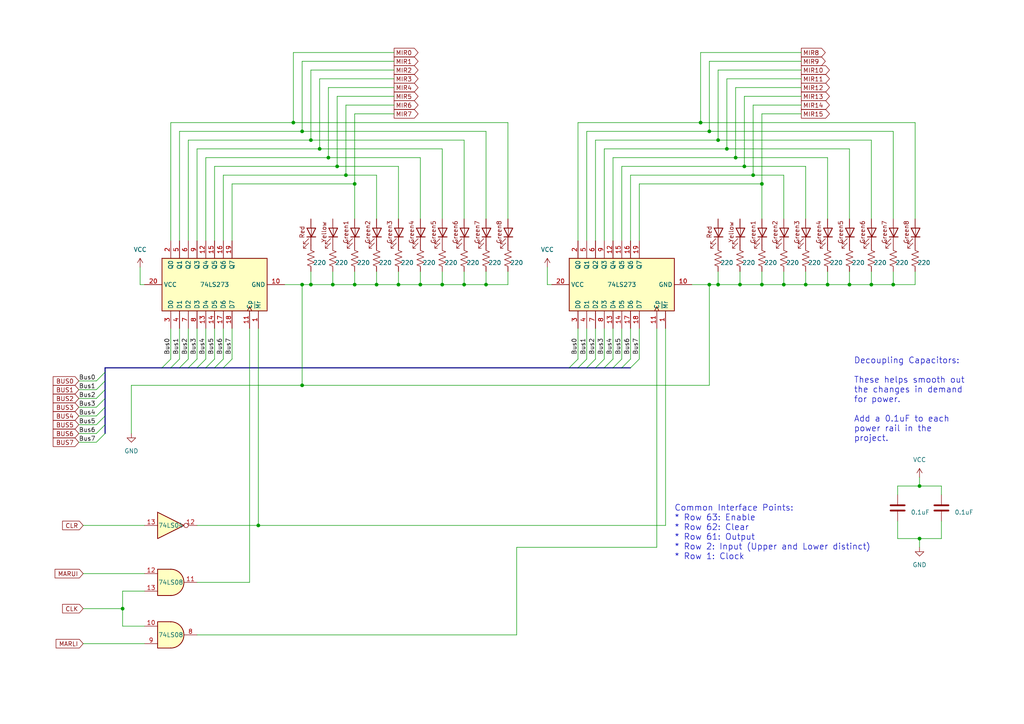
<source format=kicad_sch>
(kicad_sch (version 20211123) (generator eeschema)
  (paper "A4")
  (title_block (title "Memory Index Register (MIR)") (date "2022-02-06") (rev "1.0"))
  (lib_symbols
    (symbol "74xx:74LS04"
      (property "Reference" "U" (at 0 1.27 0))
      (property "Value" "74LS04" (at 0 -1.27 0))
      (symbol "74LS04_1_0"
        (polyline (pts (xy -3.81 3.81) (xy -3.81 -3.81) (xy 3.81 0) (xy -3.81 3.81)) (stroke (width 0.254)) (fill (type background)))
        (pin input line (at -7.62 0 0) (length 3.81) (name "~") (number "1"))
        (pin output inverted (at 7.62 0 180) (length 3.81) (name "~") (number "2"))
      )
      (symbol "74LS04_2_0"
        (polyline (pts (xy -3.81 3.81) (xy -3.81 -3.81) (xy 3.81 0) (xy -3.81 3.81)) (stroke (width 0.254)) (fill (type background)))
        (pin input line (at -7.62 0 0) (length 3.81) (name "~") (number "3"))
        (pin output inverted (at 7.62 0 180) (length 3.81) (name "~") (number "4"))
      )
      (symbol "74LS04_3_0"
        (polyline (pts (xy -3.81 3.81) (xy -3.81 -3.81) (xy 3.81 0) (xy -3.81 3.81)) (stroke (width 0.254)) (fill (type background)))
        (pin input line (at -7.62 0 0) (length 3.81) (name "~") (number "5"))
        (pin output inverted (at 7.62 0 180) (length 3.81) (name "~") (number "6"))
      )
      (symbol "74LS04_4_0"
        (polyline (pts (xy -3.81 3.81) (xy -3.81 -3.81) (xy 3.81 0) (xy -3.81 3.81)) (stroke (width 0.254)) (fill (type background)))
        (pin output inverted (at 7.62 0 180) (length 3.81) (name "~") (number "8"))
        (pin input line (at -7.62 0 0) (length 3.81) (name "~") (number "9"))
      )
      (symbol "74LS04_5_0"
        (polyline (pts (xy -3.81 3.81) (xy -3.81 -3.81) (xy 3.81 0) (xy -3.81 3.81)) (stroke (width 0.254)) (fill (type background)))
        (pin output inverted (at 7.62 0 180) (length 3.81) (name "~") (number "10"))
        (pin input line (at -7.62 0 0) (length 3.81) (name "~") (number "11"))
      )
      (symbol "74LS04_6_0"
        (polyline (pts (xy -3.81 3.81) (xy -3.81 -3.81) (xy 3.81 0) (xy -3.81 3.81)) (stroke (width 0.254)) (fill (type background)))
        (pin output inverted (at 7.62 0 180) (length 3.81) (name "~") (number "12"))
        (pin input line (at -7.62 0 0) (length 3.81) (name "~") (number "13"))
      )
      (symbol "74LS04_7_0"
        (pin power_in line (at 0 12.7 270) (length 5.08) (name "VCC") (number "14"))
        (pin power_in line (at 0 -12.7 90) (length 5.08) (name "GND") (number "7"))
      )
      (symbol "74LS04_7_1"
        (rectangle (start -5.08 7.62) (end 5.08 -7.62) (stroke (width 0.254)) (fill (type background)))
      )
    )
    (symbol "74xx:74LS08" (pin_names (offset 1.016))
      (property "Reference" "U" (at 0 1.27 0))
      (property "Value" "74LS08" (at 0 -1.27 0))
      (symbol "74LS08_1_1"
        (arc (start 0 -3.81) (mid 3.81 0) (end 0 3.81) (stroke (width 0.254)) (fill (type background)))
        (polyline (pts (xy 0 3.81) (xy -3.81 3.81) (xy -3.81 -3.81) (xy 0 -3.81)) (stroke (width 0.254)) (fill (type background)))
        (pin input line (at -7.62 2.54 0) (length 3.81) (name "~") (number "1"))
        (pin input line (at -7.62 -2.54 0) (length 3.81) (name "~") (number "2"))
        (pin output line (at 7.62 0 180) (length 3.81) (name "~") (number "3"))
      )
      (symbol "74LS08_1_2"
        (arc (start -3.81 -3.81) (mid -2.589 0) (end -3.81 3.81) (stroke (width 0.254)))
        (arc (start -0.6096 -3.81) (mid 2.1855 -2.584) (end 3.81 0) (stroke (width 0.254)) (fill (type background)))
        (polyline (pts (xy -3.81 -3.81) (xy -0.635 -3.81)) (stroke (width 0.254)) (fill (type background)))
        (polyline (pts (xy -3.81 3.81) (xy -0.635 3.81)) (stroke (width 0.254)) (fill (type background)))
        (polyline (pts (xy -0.635 3.81) (xy -3.81 3.81) (xy -3.81 3.81) (xy -3.556 3.4036) (xy -3.0226 2.2606) (xy -2.6924 1.0414) (xy -2.6162 -0.254) (xy -2.7686 -1.4986) (xy -3.175 -2.7178) (xy -3.81 -3.81) (xy -3.81 -3.81) (xy -0.635 -3.81)) (stroke (width -25.4)) (fill (type background)))
        (arc (start 3.81 0) (mid 2.1928 2.5925) (end -0.6096 3.81) (stroke (width 0.254)) (fill (type background)))
        (pin input inverted (at -7.62 2.54 0) (length 4.318) (name "~") (number "1"))
        (pin input inverted (at -7.62 -2.54 0) (length 4.318) (name "~") (number "2"))
        (pin output inverted (at 7.62 0 180) (length 3.81) (name "~") (number "3"))
      )
      (symbol "74LS08_2_1"
        (arc (start 0 -3.81) (mid 3.81 0) (end 0 3.81) (stroke (width 0.254)) (fill (type background)))
        (polyline (pts (xy 0 3.81) (xy -3.81 3.81) (xy -3.81 -3.81) (xy 0 -3.81)) (stroke (width 0.254)) (fill (type background)))
        (pin input line (at -7.62 2.54 0) (length 3.81) (name "~") (number "4"))
        (pin input line (at -7.62 -2.54 0) (length 3.81) (name "~") (number "5"))
        (pin output line (at 7.62 0 180) (length 3.81) (name "~") (number "6"))
      )
      (symbol "74LS08_2_2"
        (arc (start -3.81 -3.81) (mid -2.589 0) (end -3.81 3.81) (stroke (width 0.254)))
        (arc (start -0.6096 -3.81) (mid 2.1855 -2.584) (end 3.81 0) (stroke (width 0.254)) (fill (type background)))
        (polyline (pts (xy -3.81 -3.81) (xy -0.635 -3.81)) (stroke (width 0.254)) (fill (type background)))
        (polyline (pts (xy -3.81 3.81) (xy -0.635 3.81)) (stroke (width 0.254)) (fill (type background)))
        (polyline (pts (xy -0.635 3.81) (xy -3.81 3.81) (xy -3.81 3.81) (xy -3.556 3.4036) (xy -3.0226 2.2606) (xy -2.6924 1.0414) (xy -2.6162 -0.254) (xy -2.7686 -1.4986) (xy -3.175 -2.7178) (xy -3.81 -3.81) (xy -3.81 -3.81) (xy -0.635 -3.81)) (stroke (width -25.4)) (fill (type background)))
        (arc (start 3.81 0) (mid 2.1928 2.5925) (end -0.6096 3.81) (stroke (width 0.254)) (fill (type background)))
        (pin input inverted (at -7.62 2.54 0) (length 4.318) (name "~") (number "4"))
        (pin input inverted (at -7.62 -2.54 0) (length 4.318) (name "~") (number "5"))
        (pin output inverted (at 7.62 0 180) (length 3.81) (name "~") (number "6"))
      )
      (symbol "74LS08_3_1"
        (arc (start 0 -3.81) (mid 3.81 0) (end 0 3.81) (stroke (width 0.254)) (fill (type background)))
        (polyline (pts (xy 0 3.81) (xy -3.81 3.81) (xy -3.81 -3.81) (xy 0 -3.81)) (stroke (width 0.254)) (fill (type background)))
        (pin input line (at -7.62 -2.54 0) (length 3.81) (name "~") (number "10"))
        (pin output line (at 7.62 0 180) (length 3.81) (name "~") (number "8"))
        (pin input line (at -7.62 2.54 0) (length 3.81) (name "~") (number "9"))
      )
      (symbol "74LS08_3_2"
        (arc (start -3.81 -3.81) (mid -2.589 0) (end -3.81 3.81) (stroke (width 0.254)))
        (arc (start -0.6096 -3.81) (mid 2.1855 -2.584) (end 3.81 0) (stroke (width 0.254)) (fill (type background)))
        (polyline (pts (xy -3.81 -3.81) (xy -0.635 -3.81)) (stroke (width 0.254)) (fill (type background)))
        (polyline (pts (xy -3.81 3.81) (xy -0.635 3.81)) (stroke (width 0.254)) (fill (type background)))
        (polyline (pts (xy -0.635 3.81) (xy -3.81 3.81) (xy -3.81 3.81) (xy -3.556 3.4036) (xy -3.0226 2.2606) (xy -2.6924 1.0414) (xy -2.6162 -0.254) (xy -2.7686 -1.4986) (xy -3.175 -2.7178) (xy -3.81 -3.81) (xy -3.81 -3.81) (xy -0.635 -3.81)) (stroke (width -25.4)) (fill (type background)))
        (arc (start 3.81 0) (mid 2.1928 2.5925) (end -0.6096 3.81) (stroke (width 0.254)) (fill (type background)))
        (pin input inverted (at -7.62 -2.54 0) (length 4.318) (name "~") (number "10"))
        (pin output inverted (at 7.62 0 180) (length 3.81) (name "~") (number "8"))
        (pin input inverted (at -7.62 2.54 0) (length 4.318) (name "~") (number "9"))
      )
      (symbol "74LS08_4_1"
        (arc (start 0 -3.81) (mid 3.81 0) (end 0 3.81) (stroke (width 0.254)) (fill (type background)))
        (polyline (pts (xy 0 3.81) (xy -3.81 3.81) (xy -3.81 -3.81) (xy 0 -3.81)) (stroke (width 0.254)) (fill (type background)))
        (pin output line (at 7.62 0 180) (length 3.81) (name "~") (number "11"))
        (pin input line (at -7.62 2.54 0) (length 3.81) (name "~") (number "12"))
        (pin input line (at -7.62 -2.54 0) (length 3.81) (name "~") (number "13"))
      )
      (symbol "74LS08_4_2"
        (arc (start -3.81 -3.81) (mid -2.589 0) (end -3.81 3.81) (stroke (width 0.254)))
        (arc (start -0.6096 -3.81) (mid 2.1855 -2.584) (end 3.81 0) (stroke (width 0.254)) (fill (type background)))
        (polyline (pts (xy -3.81 -3.81) (xy -0.635 -3.81)) (stroke (width 0.254)) (fill (type background)))
        (polyline (pts (xy -3.81 3.81) (xy -0.635 3.81)) (stroke (width 0.254)) (fill (type background)))
        (polyline (pts (xy -0.635 3.81) (xy -3.81 3.81) (xy -3.81 3.81) (xy -3.556 3.4036) (xy -3.0226 2.2606) (xy -2.6924 1.0414) (xy -2.6162 -0.254) (xy -2.7686 -1.4986) (xy -3.175 -2.7178) (xy -3.81 -3.81) (xy -3.81 -3.81) (xy -0.635 -3.81)) (stroke (width -25.4)) (fill (type background)))
        (arc (start 3.81 0) (mid 2.1928 2.5925) (end -0.6096 3.81) (stroke (width 0.254)) (fill (type background)))
        (pin output inverted (at 7.62 0 180) (length 3.81) (name "~") (number "11"))
        (pin input inverted (at -7.62 2.54 0) (length 4.318) (name "~") (number "12"))
        (pin input inverted (at -7.62 -2.54 0) (length 4.318) (name "~") (number "13"))
      )
      (symbol "74LS08_5_0"
        (pin power_in line (at 0 12.7 270) (length 5.08) (name "VCC") (number "14"))
        (pin power_in line (at 0 -12.7 90) (length 5.08) (name "GND") (number "7"))
      )
      (symbol "74LS08_5_1"
        (rectangle (start -5.08 7.62) (end 5.08 -7.62) (stroke (width 0.254)) (fill (type background)))
      )
    )
    (symbol "74xx:74LS273"
      (property "Reference" "U" (at -7.62 16.51 0))
      (property "Value" "74LS273" (at -7.62 -16.51 0))
      (symbol "74LS273_1_0"
        (pin input line (at -12.7 -12.7 0) (length 5.08) (name "~{Mr}") (number "1"))
        (pin power_in line (at 0 -20.32 90) (length 5.08) (name "GND") (number "10"))
        (pin input clock (at -12.7 -10.16 0) (length 5.08) (name "Cp") (number "11"))
        (pin output line (at 12.7 2.54 180) (length 5.08) (name "Q4") (number "12"))
        (pin input line (at -12.7 2.54 0) (length 5.08) (name "D4") (number "13"))
        (pin input line (at -12.7 0 0) (length 5.08) (name "D5") (number "14"))
        (pin output line (at 12.7 0 180) (length 5.08) (name "Q5") (number "15"))
        (pin output line (at 12.7 -2.54 180) (length 5.08) (name "Q6") (number "16"))
        (pin input line (at -12.7 -2.54 0) (length 5.08) (name "D6") (number "17"))
        (pin input line (at -12.7 -5.08 0) (length 5.08) (name "D7") (number "18"))
        (pin output line (at 12.7 -5.08 180) (length 5.08) (name "Q7") (number "19"))
        (pin output line (at 12.7 12.7 180) (length 5.08) (name "Q0") (number "2"))
        (pin power_in line (at 0 20.32 270) (length 5.08) (name "VCC") (number "20"))
        (pin input line (at -12.7 12.7 0) (length 5.08) (name "D0") (number "3"))
        (pin input line (at -12.7 10.16 0) (length 5.08) (name "D1") (number "4"))
        (pin output line (at 12.7 10.16 180) (length 5.08) (name "Q1") (number "5"))
        (pin output line (at 12.7 7.62 180) (length 5.08) (name "Q2") (number "6"))
        (pin input line (at -12.7 7.62 0) (length 5.08) (name "D2") (number "7"))
        (pin input line (at -12.7 5.08 0) (length 5.08) (name "D3") (number "8"))
        (pin output line (at 12.7 5.08 180) (length 5.08) (name "Q3") (number "9"))
      )
      (symbol "74LS273_1_1"
        (rectangle (start -7.62 15.24) (end 7.62 -15.24) (stroke (width 0.254)) (fill (type background)))
      )
    )
    (symbol "Device:C" (pin_numbers hide) (pin_names (offset 0.254))
      (property "Reference" "C" (at 0.635 2.54 0))
      (property "Value" "C" (at 0.635 -2.54 0))
      (symbol "C_0_1"
        (polyline (pts (xy -2.032 -0.762) (xy 2.032 -0.762)) (stroke (width 0.508)))
        (polyline (pts (xy -2.032 0.762) (xy 2.032 0.762)) (stroke (width 0.508)))
      )
      (symbol "C_1_1"
        (pin passive line (at 0 3.81 270) (length 2.794) (name "~") (number "1"))
        (pin passive line (at 0 -3.81 90) (length 2.794) (name "~") (number "2"))
      )
    )
    (symbol "Device:R_US" (pin_numbers hide) (pin_names (offset 0))
      (property "Reference" "R" (at 2.54 0 90))
      (property "Value" "R_US" (at -2.54 0 90))
      (symbol "R_US_0_1"
        (polyline (pts (xy 0 -2.286) (xy 0 -2.54)))
        (polyline (pts (xy 0 2.286) (xy 0 2.54)))
        (polyline (pts (xy 0 -0.762) (xy 1.016 -1.143) (xy 0 -1.524) (xy -1.016 -1.905) (xy 0 -2.286)))
        (polyline (pts (xy 0 0.762) (xy 1.016 0.381) (xy 0 0) (xy -1.016 -0.381) (xy 0 -0.762)))
        (polyline (pts (xy 0 2.286) (xy 1.016 1.905) (xy 0 1.524) (xy -1.016 1.143) (xy 0 0.762)))
      )
      (symbol "R_US_1_1"
        (pin passive line (at 0 3.81 270) (length 1.27) (name "~") (number "1"))
        (pin passive line (at 0 -3.81 90) (length 1.27) (name "~") (number "2"))
      )
    )
    (symbol "SB1R1Y8G_LED:SB1R1Y8G_LED"
      (symbol "SB1R1Y8G_LED_0_0"
        (text "" (at 0.635 0 900) (effects (font (size 1.27 1.27))))
        (text "" (at 1.27 -15.24 0) (effects (font (size 1.27 1.27))))
      )
      (symbol "SB1R1Y8G_LED_0_1"
        (polyline (pts (xy -1.397 -0.127) (xy 1.143 -0.127)))
        (polyline (pts (xy -1.397 1.143) (xy -1.397 -1.397)) (stroke (width 0.254)))
        (polyline (pts (xy 1.143 1.143) (xy 1.143 -1.397) (xy -1.397 -0.127) (xy 1.143 1.143)) (stroke (width 0.254)))
        (polyline (pts (xy -3.175 0.635) (xy -4.699 2.159) (xy -3.937 2.159) (xy -4.699 2.159) (xy -4.699 1.397)))
        (polyline (pts (xy -1.905 0.635) (xy -3.429 2.159) (xy -2.667 2.159) (xy -3.429 2.159) (xy -3.429 1.397)))
      )
      (symbol "SB1R1Y8G_LED_1_0"
        (text "Red" (at 0 2.54 0) (effects (font (size 1.27 1.27))))
      )
      (symbol "SB1R1Y8G_LED_1_1"
        (pin passive line (at -3.81 0 0) (length 2.54) (name "") (number "1"))
        (pin passive line (at 3.81 0 180) (length 2.54) (name "") (number "11"))
      )
      (symbol "SB1R1Y8G_LED_2_0"
        (text "Yellow" (at 0 2.54 0) (effects (font (size 1.27 1.27))))
      )
      (symbol "SB1R1Y8G_LED_2_1"
        (pin passive line (at 3.81 0 180) (length 2.54) (name "") (number "12"))
        (pin passive line (at -3.81 0 0) (length 2.54) (name "") (number "2"))
      )
      (symbol "SB1R1Y8G_LED_3_0"
        (text "Green1" (at 0 2.54 0) (effects (font (size 1.27 1.27))))
      )
      (symbol "SB1R1Y8G_LED_3_1"
        (pin passive line (at 3.81 0 180) (length 2.54) (name "") (number "13"))
        (pin passive line (at -3.81 0 0) (length 2.54) (name "") (number "3"))
      )
      (symbol "SB1R1Y8G_LED_4_0"
        (text "Green2" (at 0 2.54 0) (effects (font (size 1.27 1.27))))
      )
      (symbol "SB1R1Y8G_LED_4_1"
        (pin passive line (at 3.81 0 180) (length 2.54) (name "") (number "14"))
        (pin passive line (at -3.81 0 0) (length 2.54) (name "") (number "4"))
      )
      (symbol "SB1R1Y8G_LED_5_0"
        (text "Green3" (at 0 2.54 0) (effects (font (size 1.27 1.27))))
      )
      (symbol "SB1R1Y8G_LED_5_1"
        (pin passive line (at 3.81 0 180) (length 2.54) (name "") (number "15"))
        (pin passive line (at -3.81 0 0) (length 2.54) (name "") (number "5"))
      )
      (symbol "SB1R1Y8G_LED_6_0"
        (text "Green4" (at 0 2.54 0) (effects (font (size 1.27 1.27))))
      )
      (symbol "SB1R1Y8G_LED_6_1"
        (pin passive line (at 3.81 0 180) (length 2.54) (name "") (number "16"))
        (pin passive line (at -3.81 0 0) (length 2.54) (name "") (number "6"))
      )
      (symbol "SB1R1Y8G_LED_7_0"
        (text "Green5" (at 0 2.54 0) (effects (font (size 1.27 1.27))))
      )
      (symbol "SB1R1Y8G_LED_7_1"
        (pin passive line (at 3.81 0 180) (length 2.54) (name "") (number "17"))
        (pin passive line (at -3.81 0 0) (length 2.54) (name "") (number "7"))
      )
      (symbol "SB1R1Y8G_LED_8_0"
        (text "Green6" (at 0 2.54 0) (effects (font (size 1.27 1.27))))
      )
      (symbol "SB1R1Y8G_LED_8_1"
        (pin passive line (at 3.81 0 180) (length 2.54) (name "") (number "18"))
        (pin passive line (at -3.81 0 0) (length 2.54) (name "") (number "8"))
      )
      (symbol "SB1R1Y8G_LED_9_0"
        (text "Green7" (at 0 2.54 0) (effects (font (size 1.27 1.27))))
      )
      (symbol "SB1R1Y8G_LED_9_1"
        (pin passive line (at 3.81 0 180) (length 2.54) (name "") (number "19"))
        (pin passive line (at -3.81 0 0) (length 2.54) (name "") (number "9"))
      )
      (symbol "SB1R1Y8G_LED_10_0"
        (text "Green8" (at 0 2.54 0) (effects (font (size 1.27 1.27))))
      )
      (symbol "SB1R1Y8G_LED_10_1"
        (pin passive line (at 3.81 0 180) (length 2.54) (name "") (number "10"))
        (pin passive line (at -3.81 0 0) (length 2.54) (name "") (number "20"))
      )
    )
    (symbol "power:GND" (power) (pin_names (offset 0))
      (property "Value" "GND" (at 0 -3.81 0))
      (symbol "GND_0_1"
        (polyline (pts (xy 0 0) (xy 0 -1.27) (xy 1.27 -1.27) (xy 0 -2.54) (xy -1.27 -1.27) (xy 0 -1.27)))
      )
      (symbol "GND_1_1"
        (pin power_in line (at 0 0 270) (length 0) hide (name "GND") (number "1"))
      )
    )
    (symbol "power:VCC" (power) (pin_names (offset 0))
      (property "Value" "VCC" (at 0 3.81 0))
      (symbol "VCC_0_1"
        (polyline (pts (xy -0.762 1.27) (xy 0 2.54)))
        (polyline (pts (xy 0 0) (xy 0 2.54)))
        (polyline (pts (xy 0 2.54) (xy 0.762 1.27)))
      )
      (symbol "VCC_1_1"
        (pin power_in line (at 0 0 90) (length 0) hide (name "VCC") (number "1"))
      )
    )
  )
  (junction (at 266.7 140.97))
  (junction (at 220.98 53.34))
  (junction (at 240.03 82.55))
  (junction (at 87.63 111.76))
  (junction (at 205.74 38.1))
  (junction (at 90.17 40.64))
  (junction (at 208.28 40.64))
  (junction (at 218.44 50.8))
  (junction (at 205.74 82.55))
  (junction (at 109.22 82.55))
  (junction (at 102.87 53.34))
  (junction (at 35.56 176.53))
  (junction (at 210.82 43.18))
  (junction (at 85.09 35.56))
  (junction (at 140.97 82.55))
  (junction (at 208.28 82.55))
  (junction (at 252.73 82.55))
  (junction (at 215.9 48.26))
  (junction (at 74.93 152.4))
  (junction (at 220.98 82.55))
  (junction (at 115.57 82.55))
  (junction (at 102.87 82.55))
  (junction (at 97.79 48.26))
  (junction (at 95.25 45.72))
  (junction (at 259.08 82.55))
  (junction (at 92.71 43.18))
  (junction (at 100.33 50.8))
  (junction (at 90.17 82.55))
  (junction (at 134.62 82.55))
  (junction (at 213.36 45.72))
  (junction (at 121.92 82.55))
  (junction (at 96.52 82.55))
  (junction (at 87.63 38.1))
  (junction (at 227.33 82.55))
  (junction (at 246.38 82.55))
  (junction (at 128.27 82.55))
  (junction (at 203.2 35.56))
  (junction (at 266.7 156.21))
  (junction (at 233.68 82.55))
  (junction (at 214.63 82.55))
  (junction (at 87.63 82.55))
  (bus_entry (at 27.94 118.11) (size 2.54 -2.54))
  (bus_entry (at 67.31 104.14) (size -2.54 2.54))
  (bus_entry (at 27.94 115.57) (size 2.54 -2.54))
  (bus_entry (at 49.53 104.14) (size -2.54 2.54))
  (bus_entry (at 175.26 104.14) (size -2.54 2.54))
  (bus_entry (at 172.72 104.14) (size -2.54 2.54))
  (bus_entry (at 27.94 110.49) (size 2.54 -2.54))
  (bus_entry (at 167.64 104.14) (size -2.54 2.54))
  (bus_entry (at 177.8 104.14) (size -2.54 2.54))
  (bus_entry (at 27.94 128.27) (size 2.54 -2.54))
  (bus_entry (at 185.42 104.14) (size -2.54 2.54))
  (bus_entry (at 57.15 104.14) (size -2.54 2.54))
  (bus_entry (at 64.77 104.14) (size -2.54 2.54))
  (bus_entry (at 27.94 125.73) (size 2.54 -2.54))
  (bus_entry (at 54.61 104.14) (size -2.54 2.54))
  (bus_entry (at 27.94 120.65) (size 2.54 -2.54))
  (bus_entry (at 59.69 104.14) (size -2.54 2.54))
  (bus_entry (at 170.18 104.14) (size -2.54 2.54))
  (bus_entry (at 182.88 104.14) (size -2.54 2.54))
  (bus_entry (at 180.34 104.14) (size -2.54 2.54))
  (bus_entry (at 27.94 123.19) (size 2.54 -2.54))
  (bus_entry (at 62.23 104.14) (size -2.54 2.54))
  (bus_entry (at 27.94 113.03) (size 2.54 -2.54))
  (bus_entry (at 52.07 104.14) (size -2.54 2.54))
  (wire (pts (xy 260.35 140.97) (xy 266.7 140.97)))
  (wire (pts (xy 109.22 82.55) (xy 115.57 82.55)))
  (wire (pts (xy 87.63 82.55) (xy 90.17 82.55)))
  (wire (pts (xy 177.8 95.25) (xy 177.8 104.14)))
  (wire (pts (xy 259.08 82.55) (xy 265.43 82.55)))
  (wire (pts (xy 208.28 78.74) (xy 208.28 82.55)))
  (wire (pts (xy 170.18 95.25) (xy 170.18 104.14)))
  (wire (pts (xy 74.93 152.4) (xy 193.04 152.4)))
  (wire (pts (xy 215.9 48.26) (xy 233.68 48.26)))
  (wire (pts (xy 182.88 69.85) (xy 182.88 50.8)))
  (wire (pts (xy 64.77 69.85) (xy 64.77 50.8)))
  (wire (pts (xy 232.41 17.78) (xy 205.74 17.78)))
  (bus (pts (xy 30.48 113.03) (xy 30.48 115.57)))
  (wire (pts (xy 22.86 128.27) (xy 27.94 128.27)))
  (wire (pts (xy 167.64 95.25) (xy 167.64 104.14)))
  (wire (pts (xy 177.8 69.85) (xy 177.8 45.72)))
  (bus (pts (xy 30.48 115.57) (xy 30.48 118.11)))
  (wire (pts (xy 260.35 151.13) (xy 260.35 156.21)))
  (wire (pts (xy 22.86 115.57) (xy 27.94 115.57)))
  (wire (pts (xy 121.92 78.74) (xy 121.92 82.55)))
  (wire (pts (xy 54.61 69.85) (xy 54.61 40.64)))
  (wire (pts (xy 240.03 45.72) (xy 240.03 63.5)))
  (bus (pts (xy 177.8 106.68) (xy 175.26 106.68)))
  (wire (pts (xy 172.72 95.25) (xy 172.72 104.14)))
  (wire (pts (xy 57.15 184.15) (xy 149.86 184.15)))
  (wire (pts (xy 170.18 38.1) (xy 205.74 38.1)))
  (wire (pts (xy 227.33 82.55) (xy 233.68 82.55)))
  (wire (pts (xy 35.56 176.53) (xy 35.56 171.45)))
  (wire (pts (xy 114.3 17.78) (xy 87.63 17.78)))
  (bus (pts (xy 30.48 106.68) (xy 30.48 107.95)))
  (wire (pts (xy 246.38 78.74) (xy 246.38 82.55)))
  (wire (pts (xy 260.35 156.21) (xy 266.7 156.21)))
  (wire (pts (xy 62.23 95.25) (xy 62.23 104.14)))
  (wire (pts (xy 233.68 82.55) (xy 240.03 82.55)))
  (wire (pts (xy 134.62 78.74) (xy 134.62 82.55)))
  (bus (pts (xy 172.72 106.68) (xy 170.18 106.68)))
  (wire (pts (xy 140.97 78.74) (xy 140.97 82.55)))
  (wire (pts (xy 205.74 111.76) (xy 87.63 111.76)))
  (wire (pts (xy 52.07 69.85) (xy 52.07 38.1)))
  (wire (pts (xy 214.63 82.55) (xy 220.98 82.55)))
  (wire (pts (xy 102.87 33.02) (xy 102.87 53.34)))
  (wire (pts (xy 40.64 77.47) (xy 40.64 82.55)))
  (wire (pts (xy 220.98 33.02) (xy 220.98 53.34)))
  (wire (pts (xy 97.79 27.94) (xy 97.79 48.26)))
  (wire (pts (xy 233.68 48.26) (xy 233.68 63.5)))
  (wire (pts (xy 57.15 152.4) (xy 74.93 152.4)))
  (wire (pts (xy 49.53 95.25) (xy 49.53 104.14)))
  (wire (pts (xy 170.18 69.85) (xy 170.18 38.1)))
  (wire (pts (xy 87.63 17.78) (xy 87.63 38.1)))
  (wire (pts (xy 149.86 158.75) (xy 190.5 158.75)))
  (wire (pts (xy 190.5 158.75) (xy 190.5 95.25)))
  (wire (pts (xy 175.26 69.85) (xy 175.26 43.18)))
  (wire (pts (xy 140.97 82.55) (xy 147.32 82.55)))
  (wire (pts (xy 185.42 53.34) (xy 220.98 53.34)))
  (wire (pts (xy 64.77 50.8) (xy 100.33 50.8)))
  (wire (pts (xy 96.52 82.55) (xy 102.87 82.55)))
  (wire (pts (xy 232.41 27.94) (xy 215.9 27.94)))
  (wire (pts (xy 240.03 78.74) (xy 240.03 82.55)))
  (wire (pts (xy 200.66 82.55) (xy 205.74 82.55)))
  (wire (pts (xy 205.74 82.55) (xy 205.74 111.76)))
  (wire (pts (xy 213.36 25.4) (xy 213.36 45.72)))
  (wire (pts (xy 114.3 33.02) (xy 102.87 33.02)))
  (wire (pts (xy 214.63 78.74) (xy 214.63 82.55)))
  (wire (pts (xy 35.56 181.61) (xy 35.56 176.53)))
  (wire (pts (xy 260.35 143.51) (xy 260.35 140.97)))
  (wire (pts (xy 208.28 82.55) (xy 214.63 82.55)))
  (wire (pts (xy 273.05 140.97) (xy 273.05 143.51)))
  (bus (pts (xy 167.64 106.68) (xy 165.1 106.68)))
  (wire (pts (xy 232.41 22.86) (xy 210.82 22.86)))
  (wire (pts (xy 62.23 69.85) (xy 62.23 48.26)))
  (wire (pts (xy 180.34 69.85) (xy 180.34 48.26)))
  (wire (pts (xy 177.8 45.72) (xy 213.36 45.72)))
  (wire (pts (xy 24.13 176.53) (xy 35.56 176.53)))
  (wire (pts (xy 182.88 50.8) (xy 218.44 50.8)))
  (wire (pts (xy 158.75 77.47) (xy 158.75 82.55)))
  (wire (pts (xy 92.71 22.86) (xy 92.71 43.18)))
  (wire (pts (xy 22.86 120.65) (xy 27.94 120.65)))
  (wire (pts (xy 172.72 69.85) (xy 172.72 40.64)))
  (wire (pts (xy 227.33 78.74) (xy 227.33 82.55)))
  (bus (pts (xy 30.48 107.95) (xy 30.48 110.49)))
  (bus (pts (xy 64.77 106.68) (xy 165.1 106.68)))
  (wire (pts (xy 40.64 82.55) (xy 41.91 82.55)))
  (bus (pts (xy 170.18 106.68) (xy 167.64 106.68)))
  (wire (pts (xy 67.31 53.34) (xy 102.87 53.34)))
  (wire (pts (xy 147.32 78.74) (xy 147.32 82.55)))
  (wire (pts (xy 252.73 40.64) (xy 252.73 63.5)))
  (wire (pts (xy 193.04 152.4) (xy 193.04 95.25)))
  (wire (pts (xy 128.27 78.74) (xy 128.27 82.55)))
  (bus (pts (xy 52.07 106.68) (xy 49.53 106.68)))
  (wire (pts (xy 210.82 22.86) (xy 210.82 43.18)))
  (wire (pts (xy 85.09 35.56) (xy 147.32 35.56)))
  (wire (pts (xy 57.15 43.18) (xy 92.71 43.18)))
  (wire (pts (xy 220.98 78.74) (xy 220.98 82.55)))
  (wire (pts (xy 259.08 78.74) (xy 259.08 82.55)))
  (wire (pts (xy 180.34 95.25) (xy 180.34 104.14)))
  (wire (pts (xy 134.62 82.55) (xy 140.97 82.55)))
  (wire (pts (xy 22.86 118.11) (xy 27.94 118.11)))
  (wire (pts (xy 102.87 82.55) (xy 109.22 82.55)))
  (wire (pts (xy 140.97 38.1) (xy 140.97 63.5)))
  (wire (pts (xy 100.33 50.8) (xy 109.22 50.8)))
  (wire (pts (xy 266.7 156.21) (xy 273.05 156.21)))
  (wire (pts (xy 87.63 38.1) (xy 140.97 38.1)))
  (bus (pts (xy 30.48 123.19) (xy 30.48 125.73)))
  (wire (pts (xy 54.61 40.64) (xy 90.17 40.64)))
  (bus (pts (xy 62.23 106.68) (xy 59.69 106.68)))
  (wire (pts (xy 59.69 45.72) (xy 95.25 45.72)))
  (bus (pts (xy 175.26 106.68) (xy 172.72 106.68)))
  (wire (pts (xy 59.69 69.85) (xy 59.69 45.72)))
  (wire (pts (xy 24.13 166.37) (xy 41.91 166.37)))
  (wire (pts (xy 218.44 30.48) (xy 218.44 50.8)))
  (wire (pts (xy 215.9 27.94) (xy 215.9 48.26)))
  (wire (pts (xy 246.38 43.18) (xy 246.38 63.5)))
  (wire (pts (xy 52.07 95.25) (xy 52.07 104.14)))
  (wire (pts (xy 227.33 50.8) (xy 227.33 63.5)))
  (wire (pts (xy 22.86 123.19) (xy 27.94 123.19)))
  (wire (pts (xy 41.91 181.61) (xy 35.56 181.61)))
  (wire (pts (xy 203.2 15.24) (xy 203.2 35.56)))
  (bus (pts (xy 59.69 106.68) (xy 57.15 106.68)))
  (wire (pts (xy 97.79 48.26) (xy 115.57 48.26)))
  (wire (pts (xy 22.86 125.73) (xy 27.94 125.73)))
  (wire (pts (xy 182.88 95.25) (xy 182.88 104.14)))
  (wire (pts (xy 114.3 25.4) (xy 95.25 25.4)))
  (wire (pts (xy 90.17 78.74) (xy 90.17 82.55)))
  (wire (pts (xy 114.3 20.32) (xy 90.17 20.32)))
  (bus (pts (xy 30.48 120.65) (xy 30.48 123.19)))
  (wire (pts (xy 35.56 171.45) (xy 41.91 171.45)))
  (wire (pts (xy 121.92 82.55) (xy 128.27 82.55)))
  (wire (pts (xy 252.73 82.55) (xy 259.08 82.55)))
  (wire (pts (xy 102.87 78.74) (xy 102.87 82.55)))
  (wire (pts (xy 273.05 151.13) (xy 273.05 156.21)))
  (wire (pts (xy 232.41 33.02) (xy 220.98 33.02)))
  (wire (pts (xy 121.92 45.72) (xy 121.92 63.5)))
  (wire (pts (xy 90.17 40.64) (xy 134.62 40.64)))
  (wire (pts (xy 74.93 152.4) (xy 74.93 95.25)))
  (wire (pts (xy 115.57 82.55) (xy 121.92 82.55)))
  (wire (pts (xy 240.03 82.55) (xy 246.38 82.55)))
  (wire (pts (xy 49.53 35.56) (xy 85.09 35.56)))
  (wire (pts (xy 109.22 50.8) (xy 109.22 63.5)))
  (bus (pts (xy 30.48 110.49) (xy 30.48 113.03)))
  (wire (pts (xy 158.75 82.55) (xy 160.02 82.55)))
  (wire (pts (xy 259.08 38.1) (xy 259.08 63.5)))
  (wire (pts (xy 175.26 95.25) (xy 175.26 104.14)))
  (wire (pts (xy 232.41 15.24) (xy 203.2 15.24)))
  (bus (pts (xy 54.61 106.68) (xy 52.07 106.68)))
  (wire (pts (xy 85.09 15.24) (xy 85.09 35.56)))
  (bus (pts (xy 182.88 106.68) (xy 180.34 106.68)))
  (wire (pts (xy 232.41 25.4) (xy 213.36 25.4)))
  (wire (pts (xy 232.41 30.48) (xy 218.44 30.48)))
  (wire (pts (xy 38.1 111.76) (xy 38.1 125.73)))
  (bus (pts (xy 49.53 106.68) (xy 46.99 106.68)))
  (wire (pts (xy 24.13 186.69) (xy 41.91 186.69)))
  (wire (pts (xy 115.57 48.26) (xy 115.57 63.5)))
  (wire (pts (xy 134.62 40.64) (xy 134.62 63.5)))
  (wire (pts (xy 208.28 20.32) (xy 208.28 40.64)))
  (wire (pts (xy 232.41 20.32) (xy 208.28 20.32)))
  (wire (pts (xy 213.36 45.72) (xy 240.03 45.72)))
  (wire (pts (xy 87.63 111.76) (xy 38.1 111.76)))
  (wire (pts (xy 266.7 138.43) (xy 266.7 140.97)))
  (wire (pts (xy 185.42 69.85) (xy 185.42 53.34)))
  (wire (pts (xy 220.98 53.34) (xy 220.98 63.5)))
  (wire (pts (xy 22.86 113.03) (xy 27.94 113.03)))
  (wire (pts (xy 167.64 69.85) (xy 167.64 35.56)))
  (wire (pts (xy 205.74 38.1) (xy 259.08 38.1)))
  (bus (pts (xy 180.34 106.68) (xy 177.8 106.68)))
  (wire (pts (xy 49.53 69.85) (xy 49.53 35.56)))
  (wire (pts (xy 67.31 69.85) (xy 67.31 53.34)))
  (wire (pts (xy 92.71 43.18) (xy 128.27 43.18)))
  (bus (pts (xy 30.48 118.11) (xy 30.48 120.65)))
  (wire (pts (xy 114.3 27.94) (xy 97.79 27.94)))
  (wire (pts (xy 185.42 95.25) (xy 185.42 104.14)))
  (wire (pts (xy 62.23 48.26) (xy 97.79 48.26)))
  (wire (pts (xy 90.17 20.32) (xy 90.17 40.64)))
  (wire (pts (xy 59.69 95.25) (xy 59.69 104.14)))
  (wire (pts (xy 208.28 40.64) (xy 252.73 40.64)))
  (wire (pts (xy 114.3 15.24) (xy 85.09 15.24)))
  (wire (pts (xy 64.77 95.25) (xy 64.77 104.14)))
  (wire (pts (xy 128.27 43.18) (xy 128.27 63.5)))
  (wire (pts (xy 114.3 30.48) (xy 100.33 30.48)))
  (wire (pts (xy 167.64 35.56) (xy 203.2 35.56)))
  (wire (pts (xy 95.25 45.72) (xy 121.92 45.72)))
  (wire (pts (xy 57.15 95.25) (xy 57.15 104.14)))
  (wire (pts (xy 109.22 78.74) (xy 109.22 82.55)))
  (wire (pts (xy 265.43 35.56) (xy 265.43 63.5)))
  (wire (pts (xy 128.27 82.55) (xy 134.62 82.55)))
  (wire (pts (xy 252.73 78.74) (xy 252.73 82.55)))
  (wire (pts (xy 57.15 69.85) (xy 57.15 43.18)))
  (wire (pts (xy 203.2 35.56) (xy 265.43 35.56)))
  (bus (pts (xy 64.77 106.68) (xy 62.23 106.68)))
  (wire (pts (xy 147.32 35.56) (xy 147.32 63.5)))
  (wire (pts (xy 95.25 25.4) (xy 95.25 45.72)))
  (wire (pts (xy 220.98 82.55) (xy 227.33 82.55)))
  (wire (pts (xy 82.55 82.55) (xy 87.63 82.55)))
  (wire (pts (xy 100.33 30.48) (xy 100.33 50.8)))
  (wire (pts (xy 67.31 95.25) (xy 67.31 104.14)))
  (wire (pts (xy 96.52 78.74) (xy 96.52 82.55)))
  (wire (pts (xy 149.86 184.15) (xy 149.86 158.75)))
  (wire (pts (xy 218.44 50.8) (xy 227.33 50.8)))
  (wire (pts (xy 24.13 152.4) (xy 41.91 152.4)))
  (wire (pts (xy 54.61 95.25) (xy 54.61 104.14)))
  (wire (pts (xy 266.7 156.21) (xy 266.7 158.75)))
  (wire (pts (xy 90.17 82.55) (xy 96.52 82.55)))
  (wire (pts (xy 266.7 140.97) (xy 273.05 140.97)))
  (wire (pts (xy 210.82 43.18) (xy 246.38 43.18)))
  (wire (pts (xy 72.39 168.91) (xy 72.39 95.25)))
  (wire (pts (xy 175.26 43.18) (xy 210.82 43.18)))
  (wire (pts (xy 180.34 48.26) (xy 215.9 48.26)))
  (wire (pts (xy 205.74 17.78) (xy 205.74 38.1)))
  (bus (pts (xy 57.15 106.68) (xy 54.61 106.68)))
  (wire (pts (xy 87.63 82.55) (xy 87.63 111.76)))
  (wire (pts (xy 115.57 78.74) (xy 115.57 82.55)))
  (wire (pts (xy 114.3 22.86) (xy 92.71 22.86)))
  (wire (pts (xy 172.72 40.64) (xy 208.28 40.64)))
  (wire (pts (xy 205.74 82.55) (xy 208.28 82.55)))
  (wire (pts (xy 57.15 168.91) (xy 72.39 168.91)))
  (wire (pts (xy 246.38 82.55) (xy 252.73 82.55)))
  (wire (pts (xy 22.86 110.49) (xy 27.94 110.49)))
  (wire (pts (xy 52.07 38.1) (xy 87.63 38.1)))
  (wire (pts (xy 102.87 53.34) (xy 102.87 63.5)))
  (wire (pts (xy 233.68 78.74) (xy 233.68 82.55)))
  (bus (pts (xy 46.99 106.68) (xy 30.48 106.68)))
  (wire (pts (xy 265.43 78.74) (xy 265.43 82.55)))
  (text "Common Interface Points:\n* Row 63: Enable\n* Row 62: Clear\n* Row 61: Output\n* Row 2: Input (Upper and Lower distinct)\n* Row 1: Clock" (at 195.58 162.56 0) (effects (font (size 1.75 1.75)) (justify left bottom)))
  (text "Decoupling Capacitors:\n\nThese helps smooth out \nthe changes in demand \nfor power.\n\nAdd a 0.1uF to each \npower rail in the \nproject." (at 247.65 128.27 0) (effects (font (size 1.75 1.75)) (justify left bottom)))
  (label "Bus7" (at 67.31 102.87 90))
  (label "Bus3" (at 57.15 102.87 90))
  (label "Bus5" (at 62.23 102.87 90))
  (label "Bus6" (at 182.88 102.87 90))
  (label "Bus2" (at 22.86 115.57 0))
  (label "Bus4" (at 22.86 120.65 0))
  (label "Bus1" (at 170.18 102.87 90))
  (label "Bus3" (at 175.26 102.87 90))
  (label "Bus0" (at 167.64 102.87 90))
  (label "Bus4" (at 59.69 102.87 90))
  (label "Bus6" (at 64.77 102.87 90))
  (label "Bus6" (at 22.86 125.73 0))
  (label "Bus5" (at 22.86 123.19 0))
  (label "Bus2" (at 172.72 102.87 90))
  (label "Bus7" (at 185.42 102.87 90))
  (label "Bus1" (at 52.07 102.87 90))
  (label "Bus0" (at 49.53 102.87 90))
  (label "Bus5" (at 180.34 102.87 90))
  (label "Bus0" (at 22.86 110.49 0))
  (label "Bus1" (at 22.86 113.03 0))
  (label "Bus7" (at 22.86 128.27 0))
  (label "Bus4" (at 177.8 102.87 90))
  (label "Bus3" (at 22.86 118.11 0))
  (label "Bus2" (at 54.61 102.87 90))
  (global_label "MIR7" (shape output) (at 114.3 33.02 0) (property "Intersheet References" "${INTERSHEET_REFS}" (effects hide)))
  (global_label "BUS5" (shape input) (at 22.86 123.19 180) (property "Intersheet References" "${INTERSHEET_REFS}" (effects hide)))
  (global_label "MIR14" (shape output) (at 232.41 30.48 0) (property "Intersheet References" "${INTERSHEET_REFS}" (effects hide)))
  (global_label "BUS1" (shape input) (at 22.86 113.03 180) (property "Intersheet References" "${INTERSHEET_REFS}" (effects hide)))
  (global_label "BUS4" (shape input) (at 22.86 120.65 180) (property "Intersheet References" "${INTERSHEET_REFS}" (effects hide)))
  (global_label "BUS6" (shape input) (at 22.86 125.73 180) (property "Intersheet References" "${INTERSHEET_REFS}" (effects hide)))
  (global_label "MIR3" (shape output) (at 114.3 22.86 0) (property "Intersheet References" "${INTERSHEET_REFS}" (effects hide)))
  (global_label "MARLI" (shape input) (at 24.13 186.69 180) (property "Intersheet References" "${INTERSHEET_REFS}" (effects hide)))
  (global_label "MIR5" (shape output) (at 114.3 27.94 0) (property "Intersheet References" "${INTERSHEET_REFS}" (effects hide)))
  (global_label "MIR8" (shape output) (at 232.41 15.24 0) (property "Intersheet References" "${INTERSHEET_REFS}" (effects hide)))
  (global_label "BUS2" (shape input) (at 22.86 115.57 180) (property "Intersheet References" "${INTERSHEET_REFS}" (effects hide)))
  (global_label "MIR1" (shape output) (at 114.3 17.78 0) (property "Intersheet References" "${INTERSHEET_REFS}" (effects hide)))
  (global_label "MIR10" (shape output) (at 232.41 20.32 0) (property "Intersheet References" "${INTERSHEET_REFS}" (effects hide)))
  (global_label "MARUI" (shape input) (at 24.13 166.37 180) (property "Intersheet References" "${INTERSHEET_REFS}" (effects hide)))
  (global_label "BUS7" (shape input) (at 22.86 128.27 180) (property "Intersheet References" "${INTERSHEET_REFS}" (effects hide)))
  (global_label "MIR6" (shape output) (at 114.3 30.48 0) (property "Intersheet References" "${INTERSHEET_REFS}" (effects hide)))
  (global_label "MIR15" (shape output) (at 232.41 33.02 0) (property "Intersheet References" "${INTERSHEET_REFS}" (effects hide)))
  (global_label "MIR2" (shape output) (at 114.3 20.32 0) (property "Intersheet References" "${INTERSHEET_REFS}" (effects hide)))
  (global_label "BUS3" (shape input) (at 22.86 118.11 180) (property "Intersheet References" "${INTERSHEET_REFS}" (effects hide)))
  (global_label "CLR" (shape input) (at 24.13 152.4 180) (property "Intersheet References" "${INTERSHEET_REFS}" (effects hide)))
  (global_label "MIR13" (shape output) (at 232.41 27.94 0) (property "Intersheet References" "${INTERSHEET_REFS}" (effects hide)))
  (global_label "MIR4" (shape output) (at 114.3 25.4 0) (property "Intersheet References" "${INTERSHEET_REFS}" (effects hide)))
  (global_label "CLK" (shape input) (at 24.13 176.53 180) (property "Intersheet References" "${INTERSHEET_REFS}" (effects hide)))
  (global_label "MIR9" (shape output) (at 232.41 17.78 0) (property "Intersheet References" "${INTERSHEET_REFS}" (effects hide)))
  (global_label "MIR11" (shape output) (at 232.41 22.86 0) (property "Intersheet References" "${INTERSHEET_REFS}" (effects hide)))
  (global_label "BUS0" (shape input) (at 22.86 110.49 180) (property "Intersheet References" "${INTERSHEET_REFS}" (effects hide)))
  (global_label "MIR0" (shape output) (at 114.3 15.24 0) (property "Intersheet References" "${INTERSHEET_REFS}" (effects hide)))
  (global_label "MIR12" (shape output) (at 232.41 25.4 0) (property "Intersheet References" "${INTERSHEET_REFS}" (effects hide)))
  (symbol (lib_id "Device:R_US") (at 109.22 74.93 0) (unit 1)
    (property "Reference" "R?" (effects hide))
    (property "Value" "220" (at 111.76 76.1999 0))
  )
  (symbol (lib_id "SB1R1Y8G_LED:SB1R1Y8G_LED") (at 220.98 67.31 90) (unit 3)
    (property "Reference" "U?" (effects hide))
    (property "Value" "SB1R1Y8G_LED" (effects hide))
  )
  (symbol (lib_id "74xx:74LS08") (at 49.53 184.15 0) (mirror x) (unit 3)
    (property "Reference" "U?" (effects hide))
    (property "Value" "74LS08" (at 49.53 184.15 0))
    (property "Datasheet" "http://www.ti.com/lit/gpn/sn74LS08" (effects hide))
  )
  (symbol (lib_id "Device:R_US") (at 214.63 74.93 0) (unit 1)
    (property "Reference" "R?" (effects hide))
    (property "Value" "220" (at 217.17 76.1999 0))
  )
  (symbol (lib_id "Device:R_US") (at 128.27 74.93 0) (unit 1)
    (property "Reference" "R?" (effects hide))
    (property "Value" "220" (at 130.81 76.1999 0))
  )
  (symbol (lib_id "Device:R_US") (at 246.38 74.93 0) (unit 1)
    (property "Reference" "R?" (effects hide))
    (property "Value" "220" (at 248.92 76.1999 0))
  )
  (symbol (lib_id "SB1R1Y8G_LED:SB1R1Y8G_LED") (at 259.08 67.31 90) (unit 9)
    (property "Reference" "U?" (effects hide))
    (property "Value" "SB1R1Y8G_LED" (effects hide))
  )
  (symbol (lib_id "Device:C") (at 273.05 147.32 0) (unit 1)
    (property "Reference" "C?" (effects hide))
    (property "Value" "0.1uF" (at 276.86 148.5899 0) (effects (justify left)))
  )
  (symbol (lib_id "power:GND") (at 38.1 125.73 0) (unit 1)
    (property "Reference" "#PWR?" (effects hide))
    (property "Value" "GND" (at 38.1 130.81 0))
  )
  (symbol (lib_id "Device:R_US") (at 227.33 74.93 0) (unit 1)
    (property "Reference" "R?" (effects hide))
    (property "Value" "220" (at 229.87 76.1999 0))
  )
  (symbol (lib_id "power:VCC") (at 158.75 77.47 0) (unit 1)
    (property "Reference" "#PWR?" (effects hide))
    (property "Value" "VCC" (at 158.75 72.39 0))
  )
  (symbol (lib_id "power:VCC") (at 40.64 77.47 0) (unit 1)
    (property "Reference" "#PWR?" (effects hide))
    (property "Value" "VCC" (at 40.64 72.39 0))
  )
  (symbol (lib_id "SB1R1Y8G_LED:SB1R1Y8G_LED") (at 240.03 67.31 90) (unit 6)
    (property "Reference" "U?" (effects hide))
    (property "Value" "SB1R1Y8G_LED" (effects hide))
  )
  (symbol (lib_id "Device:R_US") (at 259.08 74.93 0) (unit 1)
    (property "Reference" "R?" (effects hide))
    (property "Value" "220" (at 261.62 76.1999 0))
  )
  (symbol (lib_id "SB1R1Y8G_LED:SB1R1Y8G_LED") (at 140.97 67.31 90) (unit 9)
    (property "Reference" "U?" (effects hide))
    (property "Value" "SB1R1Y8G_LED" (effects hide))
  )
  (symbol (lib_id "74xx:74LS04") (at 309.88 139.7 0) (unit 3)
    (property "Reference" "U?" (at 309.88 130.81 0))
    (property "Value" "74LS04" (at 309.88 133.35 0))
    (property "Datasheet" "http://www.ti.com/lit/gpn/sn74LS04" (effects hide))
  )
  (symbol (lib_id "74xx:74LS08") (at 330.2 127 0) (unit 2)
    (property "Reference" "U?" (at 330.2 118.11 0))
    (property "Value" "74LS08" (at 330.2 120.65 0))
    (property "Datasheet" "http://www.ti.com/lit/gpn/sn74LS08" (effects hide))
  )
  (symbol (lib_id "Device:R_US") (at 102.87 74.93 0) (unit 1)
    (property "Reference" "R?" (effects hide))
    (property "Value" "220" (at 105.41 76.1999 0))
  )
  (symbol (lib_id "74xx:74LS04") (at 312.42 148.59 0) (unit 4)
    (property "Reference" "U?" (at 312.42 139.7 0))
    (property "Value" "74LS04" (at 312.42 142.24 0))
    (property "Datasheet" "http://www.ti.com/lit/gpn/sn74LS04" (effects hide))
  )
  (symbol (lib_id "SB1R1Y8G_LED:SB1R1Y8G_LED") (at 121.92 67.31 90) (unit 6)
    (property "Reference" "U?" (effects hide))
    (property "Value" "SB1R1Y8G_LED" (effects hide))
  )
  (symbol (lib_id "SB1R1Y8G_LED:SB1R1Y8G_LED") (at 246.38 67.31 90) (unit 7)
    (property "Reference" "U?" (effects hide))
    (property "Value" "SB1R1Y8G_LED" (effects hide))
  )
  (symbol (lib_id "SB1R1Y8G_LED:SB1R1Y8G_LED") (at 90.17 67.31 90) (unit 1)
    (property "Reference" "U?" (effects hide))
    (property "Value" "SB1R1Y8G_LED" (effects hide))
  )
  (symbol (lib_id "74xx:74LS08") (at 330.2 113.03 0) (unit 1)
    (property "Reference" "U?" (at 330.2 104.14 0))
    (property "Value" "74LS08" (at 330.2 106.68 0))
    (property "Datasheet" "http://www.ti.com/lit/gpn/sn74LS08" (effects hide))
  )
  (symbol (lib_id "SB1R1Y8G_LED:SB1R1Y8G_LED") (at 252.73 67.31 90) (unit 8)
    (property "Reference" "U?" (effects hide))
    (property "Value" "SB1R1Y8G_LED" (effects hide))
  )
  (symbol (lib_id "SB1R1Y8G_LED:SB1R1Y8G_LED") (at 96.52 67.31 90) (unit 2)
    (property "Reference" "U?" (effects hide))
    (property "Value" "SB1R1Y8G_LED" (effects hide))
  )
  (symbol (lib_id "SB1R1Y8G_LED:SB1R1Y8G_LED") (at 233.68 67.31 90) (unit 5)
    (property "Reference" "U?" (effects hide))
    (property "Value" "SB1R1Y8G_LED" (effects hide))
  )
  (symbol (lib_id "74xx:74LS08") (at 49.53 168.91 0) (unit 4)
    (property "Reference" "U?" (effects hide))
    (property "Value" "74LS08" (at 49.53 168.91 0))
    (property "Datasheet" "http://www.ti.com/lit/gpn/sn74LS08" (effects hide))
  )
  (symbol (lib_id "SB1R1Y8G_LED:SB1R1Y8G_LED") (at 214.63 67.31 90) (unit 2)
    (property "Reference" "U?" (effects hide))
    (property "Value" "SB1R1Y8G_LED" (effects hide))
  )
  (symbol (lib_id "Device:R_US") (at 121.92 74.93 0) (unit 1)
    (property "Reference" "R?" (effects hide))
    (property "Value" "220" (at 124.46 76.1999 0))
  )
  (symbol (lib_id "SB1R1Y8G_LED:SB1R1Y8G_LED") (at 128.27 67.31 90) (unit 7)
    (property "Reference" "U?" (effects hide))
    (property "Value" "SB1R1Y8G_LED" (effects hide))
  )
  (symbol (lib_id "Device:R_US") (at 220.98 74.93 0) (unit 1)
    (property "Reference" "R?" (effects hide))
    (property "Value" "220" (at 223.52 76.1999 0))
  )
  (symbol (lib_id "SB1R1Y8G_LED:SB1R1Y8G_LED") (at 134.62 67.31 90) (unit 8)
    (property "Reference" "U?" (effects hide))
    (property "Value" "SB1R1Y8G_LED" (effects hide))
  )
  (symbol (lib_id "Device:R_US") (at 233.68 74.93 0) (unit 1)
    (property "Reference" "R?" (effects hide))
    (property "Value" "220" (at 236.22 76.1999 0))
  )
  (symbol (lib_id "Device:R_US") (at 240.03 74.93 0) (unit 1)
    (property "Reference" "R?" (effects hide))
    (property "Value" "220" (at 242.57 76.1999 0))
  )
  (symbol (lib_id "SB1R1Y8G_LED:SB1R1Y8G_LED") (at 102.87 67.31 90) (unit 3)
    (property "Reference" "U?" (effects hide))
    (property "Value" "SB1R1Y8G_LED" (effects hide))
  )
  (symbol (lib_id "74xx:74LS273") (at 62.23 82.55 90) (unit 1)
    (property "Reference" "U?" (effects hide))
    (property "Value" "74LS273" (at 62.23 82.55 90))
    (property "Datasheet" "http://www.ti.com/lit/gpn/sn74LS273" (effects hide))
  )
  (symbol (lib_id "SB1R1Y8G_LED:SB1R1Y8G_LED") (at 265.43 67.31 90) (unit 10)
    (property "Reference" "U?" (effects hide))
    (property "Value" "SB1R1Y8G_LED" (effects hide))
  )
  (symbol (lib_id "SB1R1Y8G_LED:SB1R1Y8G_LED") (at 208.28 67.31 90) (unit 1)
    (property "Reference" "U?" (effects hide))
    (property "Value" "SB1R1Y8G_LED" (effects hide))
  )
  (symbol (lib_id "Device:R_US") (at 265.43 74.93 0) (unit 1)
    (property "Reference" "R?" (effects hide))
    (property "Value" "220" (at 267.97 76.1999 0))
  )
  (symbol (lib_id "Device:C") (at 260.35 147.32 0) (unit 1)
    (property "Reference" "C?" (effects hide))
    (property "Value" "0.1uF" (at 264.16 148.5899 0) (effects (justify left)))
  )
  (symbol (lib_id "Device:R_US") (at 134.62 74.93 0) (unit 1)
    (property "Reference" "R?" (effects hide))
    (property "Value" "220" (at 137.16 76.1999 0))
  )
  (symbol (lib_id "Device:R_US") (at 147.32 74.93 0) (unit 1)
    (property "Reference" "R?" (effects hide))
    (property "Value" "220" (at 149.86 76.1999 0))
  )
  (symbol (lib_id "Device:R_US") (at 140.97 74.93 0) (unit 1)
    (property "Reference" "R?" (effects hide))
    (property "Value" "220" (at 143.51 76.1999 0))
  )
  (symbol (lib_id "power:GND") (at 266.7 158.75 0) (unit 1)
    (property "Reference" "#PWR?" (effects hide))
    (property "Value" "GND" (at 266.7 163.83 0))
  )
  (symbol (lib_id "74xx:74LS04") (at 49.53 152.4 0) (unit 6)
    (property "Reference" "U?" (effects hide))
    (property "Value" "74LS04" (at 49.53 152.4 0))
    (property "Datasheet" "http://www.ti.com/lit/gpn/sn74LS04" (effects hide))
  )
  (symbol (lib_id "SB1R1Y8G_LED:SB1R1Y8G_LED") (at 115.57 67.31 90) (unit 5)
    (property "Reference" "U?" (effects hide))
    (property "Value" "SB1R1Y8G_LED" (effects hide))
  )
  (symbol (lib_id "Device:R_US") (at 252.73 74.93 0) (unit 1)
    (property "Reference" "R?" (effects hide))
    (property "Value" "220" (at 255.27 76.1999 0))
  )
  (symbol (lib_id "Device:R_US") (at 96.52 74.93 0) (unit 1)
    (property "Reference" "R?" (effects hide))
    (property "Value" "220" (at 99.06 76.1999 0))
  )
  (symbol (lib_id "74xx:74LS04") (at 311.15 157.48 0) (unit 5)
    (property "Reference" "U?" (at 311.15 148.59 0))
    (property "Value" "74LS04" (at 311.15 151.13 0))
    (property "Datasheet" "http://www.ti.com/lit/gpn/sn74LS04" (effects hide))
  )
  (symbol (lib_id "SB1R1Y8G_LED:SB1R1Y8G_LED") (at 227.33 67.31 90) (unit 4)
    (property "Reference" "U?" (effects hide))
    (property "Value" "SB1R1Y8G_LED" (effects hide))
  )
  (symbol (lib_id "Device:R_US") (at 90.17 74.93 0) (unit 1)
    (property "Reference" "R?" (effects hide))
    (property "Value" "220" (at 92.71 76.1999 0))
  )
  (symbol (lib_id "74xx:74LS273") (at 180.34 82.55 90) (unit 1)
    (property "Reference" "U?" (effects hide))
    (property "Value" "74LS273" (at 180.34 82.55 90))
    (property "Datasheet" "http://www.ti.com/lit/gpn/sn74LS273" (effects hide))
  )
  (symbol (lib_id "74xx:74LS04") (at 312.42 114.3 0) (unit 1)
    (property "Reference" "U?" (at 312.42 105.41 0))
    (property "Value" "74LS04" (at 312.42 107.95 0))
    (property "Datasheet" "http://www.ti.com/lit/gpn/sn74LS04" (effects hide))
  )
  (symbol (lib_id "SB1R1Y8G_LED:SB1R1Y8G_LED") (at 147.32 67.31 90) (unit 10)
    (property "Reference" "U?" (effects hide))
    (property "Value" "SB1R1Y8G_LED" (effects hide))
  )
  (symbol (lib_id "74xx:74LS04") (at 311.15 124.46 0) (unit 2)
    (property "Reference" "U?" (at 311.15 115.57 0))
    (property "Value" "74LS04" (at 311.15 118.11 0))
    (property "Datasheet" "http://www.ti.com/lit/gpn/sn74LS04" (effects hide))
  )
  (symbol (lib_id "Device:R_US") (at 208.28 74.93 0) (unit 1)
    (property "Reference" "R?" (effects hide))
    (property "Value" "220" (at 210.82 76.1999 0))
  )
  (symbol (lib_id "SB1R1Y8G_LED:SB1R1Y8G_LED") (at 109.22 67.31 90) (unit 4)
    (property "Reference" "U?" (effects hide))
    (property "Value" "SB1R1Y8G_LED" (effects hide))
  )
  (symbol (lib_id "Device:R_US") (at 115.57 74.93 0) (unit 1)
    (property "Reference" "R?" (effects hide))
    (property "Value" "220" (at 118.11 76.1999 0))
  )
  (symbol (lib_id "power:VCC") (at 266.7 138.43 0) (unit 1)
    (property "Reference" "#PWR?" (effects hide))
    (property "Value" "VCC" (at 266.7 133.35 0))
  )
)
</source>
